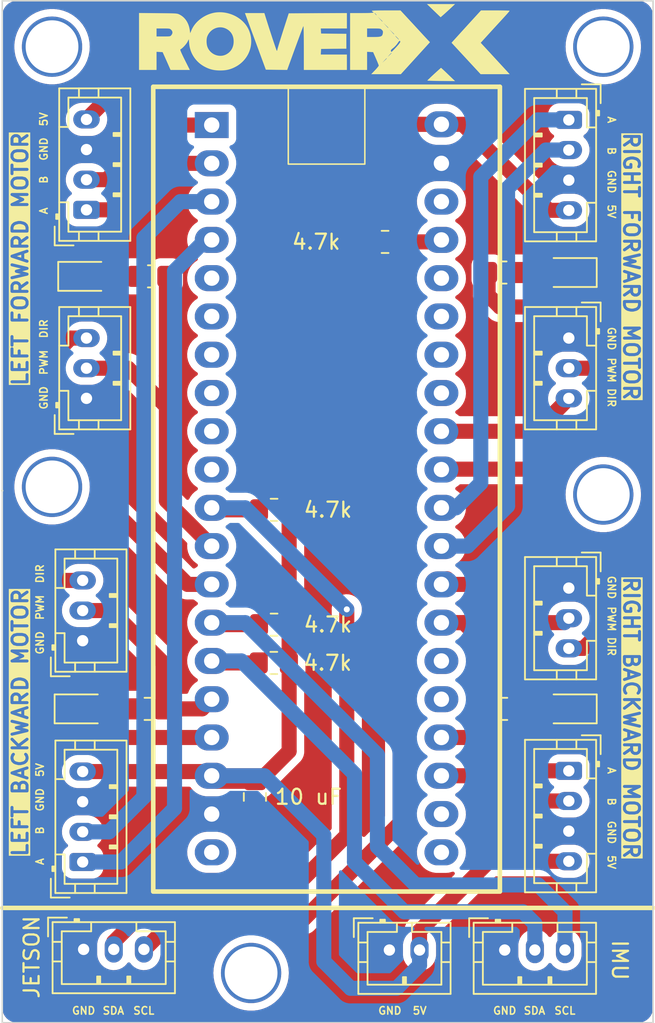
<source format=kicad_pcb>
(kicad_pcb (version 20221018) (generator pcbnew)
  (layers (0 "F.Cu" signal) (31 "B.Cu" signal) (34 "B.Paste" user) (35 "F.Paste" user) (36 "B.SilkS" user "B.Silkscreen") (37 "F.SilkS" user "F.Silkscreen") (38 "B.Mask" user) (39 "F.Mask" user) (44 "Edge.Cuts" user))
  (net 0 "")
  (net 7 "PWM_LB")
  (net 8 "DIR_LB")
  (net 9 "PWM_LF")
  (net 10 "DIR_LF")
  (net 11 "GND")
  (net 13 "+5V")
  (net 18 "DIR_RB")
  (net 19 "PWM_RB")
  (net 20 "DIR_RF")
  (net 21 "PWM_RF")
  (net 27 "Net-(D1-A)")
  (net 28 "Net-(D2-A)")
  (net 29 "Net-(D3-A)")
  (net 30 "Net-(D4-A)")
  (net 31 "I2C2_J_SDA")
  (net 32 "I2C2_J_SCL")
  (net 33 "I2C1_I_SCL")
  (net 34 "I2C1_I_SDA")
  (net 35 "LF_A")
  (net 36 "LF_B")
  (net 37 "LB_B")
  (net 38 "RF_A")
  (net 39 "RF_B")
  (net 40 "RB_A")
  (net 41 "RB_B")
  (net 42 "LB_A")
  (footprint "Connector_JST:JST_PH_B3B-PH-K_1x03_P2.00mm_Vertical" (layer "F.Cu") (at 52.324 54.832 90)
    (fp_text reference "J1" hide)
    (fp_text value "Conn_01x03_Pin")
  )
  (footprint "Resistor_SMD:R_0805_2012Metric_Pad1.20x1.40mm_HandSolder" (layer "F.Cu") (at 64.77 69.85 180)
    (fp_text reference "R2" hide)
    (fp_text value "4.7k")
  )
  (footprint "Connector_JST:JST_PH_B3B-PH-K_1x03_P2.00mm_Vertical" (layer "F.Cu") (at 52.07 70.914 90)
    (fp_text reference "J2" hide)
    (fp_text value "Conn_01x03_Pin")
  )
  (footprint "Resistor_SMD:R_0805_2012Metric_Pad1.20x1.40mm_HandSolder" (layer "F.Cu") (at 80.017 75.438)
    (fp_text reference "R7" hide)
    (fp_text value "2k")
  )
  (footprint "Resistor_SMD:R_0805_2012Metric_Pad1.20x1.40mm_HandSolder" (layer "F.Cu") (at 64.77 62.23 180)
    (fp_text reference "R3" hide)
    (fp_text value "4.7k")
  )
  (footprint "Connector_JST:JST_PH_B2B-PH-K_1x02_P2.00mm_Vertical" (layer "F.Cu") (at 72.422 91.44)
    (fp_text reference "J7" hide)
    (fp_text value "Conn_01x02_Pin")
  )
  (footprint "Connector_JST:JST_PH_B3B-PH-K_1x03_P2.00mm_Vertical" (layer "F.Cu") (at 84.328 67.422 -90)
    (fp_text reference "J3" hide)
    (fp_text value "Conn_01x03_Pin")
  )
  (footprint "Connector_JST:JST_PH_B3B-PH-K_1x03_P2.00mm_Vertical" (layer "F.Cu") (at 52.134 91.398)
    (fp_text reference "J5" hide)
    (fp_text value "Conn_01x03_Pin")
  )
  (footprint "LED_SMD:LED_0805_2012Metric_Pad1.15x1.40mm_HandSolder" (layer "F.Cu") (at 84.319 46.482 180)
    (fp_text reference "D4" hide)
    (fp_text value "LED")
  )
  (footprint "Resistor_SMD:R_0805_2012Metric_Pad1.20x1.40mm_HandSolder" (layer "F.Cu") (at 79.97 46.482)
    (fp_text reference "R8" hide)
    (fp_text value "2k")
  )
  (footprint "Connector_JST:JST_PH_B4B-PH-K_1x04_P2.00mm_Vertical" (layer "F.Cu") (at 52.324 42.322 90)
    (fp_text reference "J8" hide)
    (fp_text value "Conn_01x04_Pin")
  )
  (footprint "Resistor_SMD:R_0805_2012Metric_Pad1.20x1.40mm_HandSolder" (layer "F.Cu") (at 64.754 72.39 180)
    (fp_text reference "R1" hide)
    (fp_text value "4.7k")
  )
  (footprint "stm32-black-pill:STM32-BREAKOUT" (layer "F.Cu") (at 60.6334 36.7474)
    (fp_text reference "U1" hide)
    (fp_text value "STM32F4" hide)
  )
  (footprint "LED_SMD:LED_0805_2012Metric_Pad1.15x1.40mm_HandSolder" (layer "F.Cu") (at 84.319 75.438 180)
    (fp_text reference "D3" hide)
    (fp_text value "LED")
  )
  (footprint "LED_SMD:LED_0805_2012Metric_Pad1.15x1.40mm_HandSolder" (layer "F.Cu") (at 52.07 75.438)
    (fp_text reference "D1" hide)
    (fp_text value "LED")
  )
  (footprint "Connector_JST:JST_PH_B3B-PH-K_1x03_P2.00mm_Vertical" (layer "F.Cu") (at 80.074 91.44)
    (fp_text reference "J6" hide)
    (fp_text value "Conn_01x03_Pin")
  )
  (footprint "Connector_JST:JST_PH_B3B-PH-K_1x03_P2.00mm_Vertical" (layer "F.Cu") (at 84.328 50.832 -90)
    (fp_text reference "J4" hide)
    (fp_text value "Conn_01x03_Pin")
  )
  (footprint "Resistor_SMD:R_0805_2012Metric_Pad1.20x1.40mm_HandSolder" (layer "F.Cu") (at 56.404 75.438 180)
    (fp_text reference "R5" hide)
    (fp_text value "2k")
  )
  (footprint "Resistor_SMD:R_0805_2012Metric_Pad1.20x1.40mm_HandSolder" (layer "F.Cu") (at 72.136 44.45)
    (fp_text reference "R4" hide)
    (fp_text value "4.7k")
  )
  (footprint "LED_SMD:LED_0805_2012Metric_Pad1.15x1.40mm_HandSolder" (layer "F.Cu") (at 52.308 46.736)
    (fp_text reference "D2" hide)
    (fp_text value "LED")
  )
  (footprint "Connector_JST:JST_PH_B4B-PH-K_1x04_P2.00mm_Vertical" (layer "F.Cu") (at 84.328 36.354 -90)
    (fp_text reference "J11" hide)
    (fp_text value "Conn_01x04_Pin")
  )
  (footprint "Connector_JST:JST_PH_B4B-PH-K_1x04_P2.00mm_Vertical" (layer "F.Cu") (at 52.07 85.598 90)
    (fp_text reference "J9" hide)
    (fp_text value "Conn_01x04_Pin")
  )
  (footprint "Resistor_SMD:R_0805_2012Metric_Pad1.20x1.40mm_HandSolder" (layer "F.Cu") (at 56.626 46.736 180)
    (fp_text reference "R6" hide)
    (fp_text value "2k")
  )
  (footprint "Connector_JST:JST_PH_B4B-PH-K_1x04_P2.00mm_Vertical" (layer "F.Cu") (at 84.328 79.55 -90)
    (fp_text reference "J10" hide)
    (fp_text value "Conn_01x04_Pin")
  )
  (footprint "Capacitor_SMD:C_0805_2012Metric_Pad1.18x1.45mm_HandSolder" (layer "F.Cu") (at 63.5 81.28 -90)
    (fp_text reference "C1" hide)
    (fp_text value "10 uF")
  )
  (gr_poly (pts (xy 75.851253 32.900473) (xy 75.860141 32.907159) (xy 75.890568 32.932866) (xy 75.995079 33.0274) (xy 76.144569 33.167574) (xy 76.323163 33.339167) (xy 76.781774 33.780139) (xy 75.853969 33.773084) (xy 75.66856 33.771286) (xy 75.495844 33.768619) (xy 75.339581 33.765208) (xy 75.203534 33.761177) (xy 75.091465 33.756651) (xy 75.007136 33.751752) (xy 74.97655 33.749201) (xy 74.954309 33.746605) (xy 74.940885 33.743977) (xy 74.937625 33.742656) (xy 74.936746 33.741334) (xy 74.948191 33.727898) (xy 74.976048 33.699331) (xy 75.073889 33.60375) (xy 75.216047 33.468482) (xy 75.388301 33.307417) (xy 75.561163 33.150211) (xy 75.70492 33.020785) (xy 75.761337 32.970625) (xy 75.80502 32.93237) (xy 75.834152 32.907676) (xy 75.842692 32.90093) (xy 75.846912 32.898195)) (fill solid) (layer "F.SilkS"))
  (gr_poly (pts (xy 76.499552 28.932972) (xy 76.374481 29.048948) (xy 76.242465 29.170216) (xy 76.119048 29.282223) (xy 76.019774 29.370417) (xy 75.822217 29.543278) (xy 75.367136 29.105834) (xy 74.912052 28.668389) (xy 76.781774 28.668389)) (fill solid) (layer "F.SilkS"))
  (gr_poly (pts (xy 64.194662 29.483306) (xy 64.444142 30.270607) (xy 64.685024 31.008629) (xy 64.870342 31.55549) (xy 64.92749 31.712896) (xy 64.944617 31.754834) (xy 64.953135 31.769306) (xy 64.954458 31.769224) (xy 64.955778 31.76898) (xy 64.957095 31.768579) (xy 64.958406 31.768024) (xy 64.959709 31.76732) (xy 64.961003 31.766469) (xy 64.963553 31.764345) (xy 64.966041 31.761684) (xy 64.968452 31.758516) (xy 64.970769 31.754873) (xy 64.972979 31.750785) (xy 64.975064 31.746284) (xy 64.977009 31.741401) (xy 64.9788 31.736166) (xy 64.98042 31.730611) (xy 64.981854 31.724766) (xy 64.983086 31.718663) (xy 64.984102 31.712333) (xy 64.984885 31.705806) (xy 64.992567 31.669956) (xy 65.014595 31.589665) (xy 65.095569 31.316428) (xy 65.215568 30.927435) (xy 65.362358 30.464028) (xy 65.743357 29.282223) (xy 67.673052 29.271639) (xy 69.602745 29.264584) (xy 69.602745 30.287639) (xy 67.870606 30.287639) (xy 67.881191 30.453445) (xy 67.891773 30.622778) (xy 68.731386 30.633361) (xy 69.567468 30.640417) (xy 69.567468 31.628195) (xy 68.731386 31.63525) (xy 67.891773 31.645834) (xy 67.881191 31.829278) (xy 67.870606 32.01625) (xy 69.602745 32.01625) (xy 69.602745 33.039306) (xy 66.745246 33.039306) (xy 66.745246 31.568223) (xy 66.74282 31.000085) (xy 66.736426 30.539434) (xy 66.732155 30.364403) (xy 66.727387 30.234227) (xy 66.722288 30.1549) (xy 66.719666 30.136178) (xy 66.718346 30.132381) (xy 66.717024 30.132417) (xy 66.700026 30.168136) (xy 66.663721 30.258094) (xy 66.541958 30.576917) (xy 66.163162 31.6035) (xy 65.641052 33.039306) (xy 64.931968 33.032251) (xy 64.222885 33.021667) (xy 63.781912 31.822223) (xy 63.08694 29.941917) (xy 62.836468 29.264584) (xy 64.127635 29.264584)) (fill solid) (layer "F.SilkS"))
  (gr_line (start 46.736 60.96) (end 46.736 60.96) (stroke (width 0.15)) (layer "F.SilkS"))
  (gr_poly (pts (xy 61.214 29.21) (xy 61.298853 29.213613) (xy 61.383458 29.220526) (xy 61.46769 29.230684) (xy 61.551427 29.24403) (xy 61.634543 29.260509) (xy 61.716915 29.280064) (xy 61.79842 29.302638) (xy 61.878931 29.328176) (xy 61.958327 29.356622) (xy 62.036483 29.387919) (xy 62.113274 29.422011) (xy 62.188577 29.458841) (xy 62.262267 29.498355) (xy 62.334222 29.540495) (xy 62.404315 29.585205) (xy 62.472425 29.632429) (xy 62.538426 29.682111) (xy 62.602195 29.734195) (xy 62.663607 29.788624) (xy 62.722539 29.845342) (xy 62.778866 29.904294) (xy 62.832465 29.965422) (xy 62.883211 30.028671) (xy 62.930981 30.093985) (xy 62.97565 30.161307) (xy 63.017095 30.230581) (xy 63.05519 30.30175) (xy 63.096405 30.388625) (xy 63.13277 30.476506) (xy 63.164332 30.565243) (xy 63.191141 30.654687) (xy 63.213244 30.744686) (xy 63.230691 30.83509) (xy 63.24353 30.925749) (xy 63.251809 31.016511) (xy 63.255576 31.107227) (xy 63.254881 31.197747) (xy 63.249771 31.287918) (xy 63.240295 31.377592) (xy 63.226502 31.466617) (xy 63.208439 31.554843) (xy 63.186156 31.642119) (xy 63.159701 31.728296) (xy 63.129121 31.813221) (xy 63.094467 31.896746) (xy 63.055786 31.978719) (xy 63.013126 32.05899) (xy 62.966536 32.137409) (xy 62.916064 32.213824) (xy 62.86176 32.288086) (xy 62.803671 32.360043) (xy 62.741845 32.429546) (xy 62.676332 32.496444) (xy 62.60718 32.560586) (xy 62.534437 32.621822) (xy 62.458151 32.680002) (xy 62.378371 32.734974) (xy 62.295146 32.786588) (xy 62.208524 32.834695) (xy 62.147506 32.865876) (xy 62.087325 32.894633) (xy 62.027744 32.921023) (xy 61.968525 32.945103) (xy 61.909429 32.966931) (xy 61.85022 32.986562) (xy 61.790659 33.004053) (xy 61.73051 33.019462) (xy 61.669533 33.032846) (xy 61.607492 33.04426) (xy 61.544149 33.053763) (xy 61.479266 33.06141) (xy 61.412605 33.067259) (xy 61.343929 33.071366) (xy 61.272999 33.073789) (xy 61.199579 33.074584) (xy 61.129928 33.073873) (xy 61.062395 33.071704) (xy 60.996785 33.068026) (xy 60.932901 33.062788) (xy 60.870547 33.055937) (xy 60.809525 33.047423) (xy 60.749641 33.037193) (xy 60.690697 33.025195) (xy 60.632497 33.011378) (xy 60.574845 32.995691) (xy 60.517545 32.978081) (xy 60.460399 32.958498) (xy 60.403212 32.936888) (xy 60.345788 32.913202) (xy 60.287929 32.887386) (xy 60.22944 32.859389) (xy 60.114219 32.799005) (xy 60.004186 32.731845) (xy 59.899569 32.658247) (xy 59.800595 32.578545) (xy 59.707491 32.493077) (xy 59.620485 32.402177) (xy 59.539804 32.306182) (xy 59.465676 32.205428) (xy 59.398328 32.10025) (xy 59.337987 31.990984) (xy 59.284881 31.877967) (xy 59.239237 31.761534) (xy 59.201282 31.642021) (xy 59.171245 31.519764) (xy 59.149351 31.395099) (xy 59.135829 31.268361) (xy 59.126569 31.151063) (xy 60.292499 31.151063) (xy 60.293718 31.197088) (xy 60.296378 31.242937) (xy 60.300475 31.288186) (xy 60.306004 31.332413) (xy 60.312959 31.375192) (xy 60.321335 31.416101) (xy 60.331126 31.454715) (xy 60.342329 31.490611) (xy 60.359427 31.536534) (xy 60.378905 31.581006) (xy 60.400663 31.623984) (xy 60.424598 31.665422) (xy 60.45061 31.705277) (xy 60.4786 31.743503) (xy 60.508465 31.780056) (xy 60.540105 31.814891) (xy 60.57342 31.847965) (xy 60.608308 31.879231) (xy 60.644668 31.908646) (xy 60.682401 31.936166) (xy 60.721405 31.961745) (xy 60.76158 31.985338) (xy 60.802824 32.006903) (xy 60.845037 32.026393) (xy 60.888119 32.043764) (xy 60.931968 32.058972) (xy 60.976483 32.071972) (xy 61.021564 32.08272) (xy 61.06711 32.091171) (xy 61.113021 32.09728) (xy 61.159195 32.101003) (xy 61.205532 32.102295) (xy 61.251931 32.101112) (xy 61.298291 32.097409) (xy 61.344512 32.091142) (xy 61.390492 32.082265) (xy 61.436132 32.070735) (xy 61.481329 32.056507) (xy 61.525984 32.039536) (xy 61.569996 32.019778) (xy 61.629886 31.988212) (xy 61.686474 31.953116) (xy 61.739683 31.914598) (xy 61.789435 31.872769) (xy 61.835651 31.827736) (xy 61.878256 31.779607) (xy 61.917171 31.728491) (xy 61.952319 31.674497) (xy 61.983622 31.617733) (xy 62.011002 31.558308) (xy 62.034383 31.496329) (xy 62.053687 31.431907) (xy 62.068836 31.365149) (xy 62.079753 31.296163) (xy 62.08636 31.225059) (xy 62.088579 31.151945) (xy 62.088073 31.115524) (xy 62.086558 31.079688) (xy 62.084039 31.044443) (xy 62.080517 31.009793) (xy 62.075999 30.975746) (xy 62.070487 30.942307) (xy 62.063986 30.909481) (xy 62.056498 30.877274) (xy 62.048029 30.845693) (xy 62.038582 30.814743) (xy 62.028161 30.78443) (xy 62.01677 30.75476) (xy 62.004412 30.725738) (xy 61.991092 30.697371) (xy 61.976813 30.669663) (xy 61.961579 30.642622) (xy 61.945395 30.616252) (xy 61.928263 30.590561) (xy 61.910189 30.565552) (xy 61.891175 30.541233) (xy 61.871226 30.517609) (xy 61.850346 30.494685) (xy 61.828538 30.472469) (xy 61.805806 30.450964) (xy 61.782154 30.430178) (xy 61.757587 30.410117) (xy 61.732107 30.390785) (xy 61.705719 30.372189) (xy 61.678427 30.354334) (xy 61.650234 30.337227) (xy 61.621145 30.320873) (xy 61.591163 30.305278) (xy 61.546209 30.283888) (xy 61.500707 30.265331) (xy 61.454747 30.249566) (xy 61.408421 30.236555) (xy 61.361822 30.226257) (xy 61.31504 30.218632) (xy 61.268168 30.21364) (xy 61.221297 30.211241) (xy 61.174519 30.211394) (xy 61.127926 30.214061) (xy 61.08161 30.2192) (xy 61.035662 30.226771) (xy 60.990173 30.236736) (xy 60.945236 30.249053) (xy 60.900943 30.263682) (xy 60.857385 30.280584) (xy 60.814653 30.299718) (xy 60.77284 30.321045) (xy 60.732038 30.344524) (xy 60.692337 30.370115) (xy 60.65383 30.397778) (xy 60.616609 30.427474) (xy 60.580764 30.459162) (xy 60.546389 30.492802) (xy 60.513574 30.528353) (xy 60.482412 30.565777) (xy 60.452994 30.605033) (xy 60.425411 30.646081) (xy 60.399756 30.68888) (xy 60.37612 30.733392) (xy 60.354596 30.779575) (xy 60.335274 30.827389) (xy 60.324772 30.859565) (xy 60.315754 30.894955) (xy 60.308213 30.933135) (xy 60.302146 30.973682) (xy 60.297546 31.016172) (xy 60.294408 31.060181) (xy 60.292728 31.105286) (xy 60.292499 31.151063) (xy 59.126569 31.151063) (xy 59.114662 31.00025) (xy 59.029996 31.169584) (xy 59.012518 31.201526) (xy 58.99088 31.236109) (xy 58.965635 31.272748) (xy 58.937337 31.31086) (xy 58.906537 31.349861) (xy 58.873788 31.389167) (xy 58.839645 31.428194) (xy 58.804659 31.466358) (xy 58.769384 31.503075) (xy 58.734372 31.537761) (xy 58.700177 31.569832) (xy 58.667351 31.598705) (xy 58.636448 31.623795) (xy 58.60802 31.644518) (xy 58.58262 31.66029) (xy 58.571228 31.666138) (xy 58.560801 31.670528) (xy 58.554165 31.674922) (xy 58.550211 31.683027) (xy 58.549058 31.695162) (xy 58.550824 31.711649) (xy 58.555629 31.732807) (xy 58.563592 31.758957) (xy 58.589464 31.827514) (xy 58.629393 31.919884) (xy 58.684329 32.03863) (xy 58.755222 32.186314) (xy 58.843024 32.3655) (xy 59.18169 33.039306) (xy 57.901107 33.039306) (xy 57.640051 32.446639) (xy 57.375468 31.857501) (xy 57.174385 31.846917) (xy 56.973301 31.836334) (xy 56.973301 33.039306) (xy 55.809135 33.039306) (xy 55.809135 30.287639) (xy 56.973301 30.287639) (xy 56.973301 30.816806) (xy 57.428385 30.816806) (xy 57.577874 30.816627) (xy 57.638852 30.816201) (xy 57.691645 30.815373) (xy 57.715204 30.814765) (xy 57.736996 30.814007) (xy 57.757114 30.81308) (xy 57.77565 30.811969) (xy 57.792698 30.810656) (xy 57.808351 30.809125) (xy 57.822702 30.807359) (xy 57.835843 30.805341) (xy 57.847868 30.803054) (xy 57.85887 30.800481) (xy 57.868942 30.797607) (xy 57.878176 30.794413) (xy 57.886667 30.790883) (xy 57.894506 30.787001) (xy 57.901787 30.782749) (xy 57.908603 30.778111) (xy 57.915047 30.773069) (xy 57.921212 30.767608) (xy 57.927191 30.761711) (xy 57.933077 30.755359) (xy 57.938963 30.748538) (xy 57.944942 30.741229) (xy 57.957551 30.725084) (xy 57.966502 30.713519) (xy 57.974834 30.701977) (xy 57.982548 30.690459) (xy 57.989646 30.678968) (xy 57.996129 30.667505) (xy 58.001998 30.656073) (xy 58.007255 30.644672) (xy 58.011901 30.633306) (xy 58.015937 30.621977) (xy 58.019365 30.610685) (xy 58.022185 30.599434) (xy 58.0244 30.588224) (xy 58.02601 30.577058) (xy 58.027016 30.565938) (xy 58.027421 30.554866) (xy 58.027225 30.543844) (xy 58.026429 30.532874) (xy 58.025036 30.521957) (xy 58.023045 30.511095) (xy 58.020459 30.500291) (xy 58.017278 30.489547) (xy 58.013505 30.478864) (xy 58.00914 30.468244) (xy 58.004184 30.457689) (xy 57.998639 30.447202) (xy 57.992507 30.436784) (xy 57.985788 30.426436) (xy 57.978484 30.416162) (xy 57.970595 30.405963) (xy 57.962125 30.39584) (xy 57.953072 30.385797) (xy 57.94344 30.375834) (xy 57.91477 30.347736) (xy 57.900753 30.336255) (xy 57.886059 30.326335) (xy 57.870021 30.317861) (xy 57.851973 30.310721) (xy 57.831248 30.304801) (xy 57.80718 30.299987) (xy 57.779101 30.296164) (xy 57.746346 30.29322) (xy 57.708248 30.291041) (xy 57.664139 30.289513) (xy 57.555226 30.287956) (xy 57.414273 30.287639) (xy 56.973301 30.287639) (xy 55.809135 30.287639) (xy 55.809135 29.261056) (xy 57.072079 29.271639) (xy 57.481163 29.275291) (xy 57.648199 29.277081) (xy 57.792848 29.279026) (xy 57.917075 29.28126) (xy 58.022843 29.283918) (xy 58.112115 29.287134) (xy 58.186857 29.291042) (xy 58.219392 29.293298) (xy 58.24903 29.295777) (xy 58.276018 29.298497) (xy 58.3006 29.301474) (xy 58.323022 29.304725) (xy 58.343529 29.308266) (xy 58.362368 29.312115) (xy 58.379782 29.316288) (xy 58.396018 29.320802) (xy 58.411322 29.325674) (xy 58.425938 29.330921) (xy 58.440113 29.336559) (xy 58.468118 29.349077) (xy 58.497301 29.363362) (xy 58.563353 29.399106) (xy 58.626527 29.438809) (xy 58.686755 29.482378) (xy 58.74397 29.529718) (xy 58.798106 29.580738) (xy 58.849094 29.635345) (xy 58.896868 29.693445) (xy 58.94136 29.754945) (xy 58.982504 29.819752) (xy 59.020232 29.887774) (xy 59.054478 29.958917) (xy 59.085172 30.033088) (xy 59.11225 30.110195) (xy 59.135643 30.190143) (xy 59.155284 30.272841) (xy 59.171107 30.358195) (xy 59.206385 30.601612) (xy 59.287523 30.407584) (xy 59.334903 30.302887) (xy 59.390732 30.200713) (xy 59.454529 30.101432) (xy 59.525814 30.005417) (xy 59.604106 29.91304) (xy 59.688925 29.824674) (xy 59.779791 29.740689) (xy 59.876221 29.661459) (xy 59.977737 29.587355) (xy 60.083857 29.518749) (xy 60.194101 29.456014) (xy 60.307988 29.399521) (xy 60.425038 29.349643) (xy 60.54477 29.306752) (xy 60.666703 29.271219) (xy 60.790357 29.243417) (xy 60.874589 29.229682) (xy 60.959194 29.219529) (xy 61.044047 29.212902) (xy 61.129023 29.209745)) (fill solid) (layer "F.SilkS"))
  (gr_line (start 46.736 88.646) (end 89.916 88.646) (stroke (width 0.3)) (layer "F.SilkS"))
  (gr_poly (pts (xy 79.639454 29.08867) (xy 79.817317 29.090014) (xy 79.978478 29.092102) (xy 80.119052 29.094809) (xy 80.235152 29.098013) (xy 80.322891 29.101589) (xy 80.378385 29.105413) (xy 80.392825 29.107379) (xy 80.396506 29.108369) (xy 80.397746 29.109361) (xy 80.396097 29.116225) (xy 80.391001 29.126401) (xy 80.369579 29.157703) (xy 80.331704 29.205293) (xy 80.275597 29.271198) (xy 80.199481 29.357443) (xy 80.101578 29.466053) (xy 79.833301 29.758473) (xy 79.213736 30.434042) (xy 78.570357 31.141362) (xy 78.482163 31.236612) (xy 79.095996 31.899834) (xy 80.055551 32.940528) (xy 80.404802 33.321528) (xy 78.475107 33.321528) (xy 77.508496 32.277306) (xy 76.545412 31.236612) (xy 76.612441 31.159) (xy 77.589635 30.083028) (xy 78.499802 29.088195) (xy 79.448775 29.088195)) (fill solid) (layer "F.SilkS"))
  (gr_poly (pts (xy 74.015998 30.012473) (xy 74.655406 30.707004) (xy 74.99319 31.070806) (xy 75.116661 31.197806) (xy 74.150052 32.259667) (xy 73.18344 33.321528) (xy 71.21494 33.321528) (xy 71.468939 33.056945) (xy 71.494425 33.029894) (xy 71.519197 33.003091) (xy 71.543122 32.976702) (xy 71.566065 32.950891) (xy 71.587891 32.925824) (xy 71.608467 32.901667) (xy 71.627658 32.878585) (xy 71.645329 32.856743) (xy 71.661347 32.836307) (xy 71.675577 32.817442) (xy 71.687885 32.800313) (xy 71.698136 32.785085) (xy 71.706195 32.771925) (xy 71.71193 32.760997) (xy 71.713883 32.756422) (xy 71.715204 32.752467) (xy 71.715877 32.749153) (xy 71.715885 32.746501) (xy 71.712047 32.729964) (xy 71.701057 32.697553) (xy 71.683701 32.651251) (xy 71.660763 32.593042) (xy 71.648395 32.563056) (xy 71.948718 32.563056) (xy 72.100414 32.421945) (xy 72.130075 32.394598) (xy 72.157794 32.368532) (xy 72.18295 32.344368) (xy 72.204923 32.322726) (xy 72.223093 32.304226) (xy 72.230557 32.296348) (xy 72.236839 32.289488) (xy 72.241859 32.283723) (xy 72.245541 32.279132) (xy 72.247807 32.275791) (xy 72.248385 32.274614) (xy 72.24858 32.273778) (xy 72.248192 32.269161) (xy 72.24769 32.267373) (xy 72.246967 32.265944) (xy 72.246012 32.264885) (xy 72.244812 32.264205) (xy 72.243357 32.263914) (xy 72.241634 32.264022) (xy 72.23734 32.265471) (xy 72.231836 32.268631) (xy 72.22503 32.273579) (xy 72.216829 32.280393) (xy 72.20714 32.289149) (xy 72.195869 32.299926) (xy 72.168212 32.327852) (xy 72.133113 32.364791) (xy 72.089829 32.411361) (xy 71.948718 32.563056) (xy 71.648395 32.563056) (xy 71.601287 32.448844) (xy 71.528913 32.280834) (xy 71.48217 32.175001) (xy 72.301496 32.175001) (xy 72.435552 32.055056) (xy 72.461417 32.030341) (xy 72.485712 32.006825) (xy 72.507857 31.985045) (xy 72.527273 31.965539) (xy 72.543382 31.948844) (xy 72.550016 31.941718) (xy 72.555605 31.935497) (xy 72.560079 31.930248) (xy 72.563364 31.926037) (xy 72.565388 31.922932) (xy 72.565904 31.921816) (xy 72.566078 31.921) (xy 72.565733 31.916379) (xy 72.565285 31.91458) (xy 72.564638 31.913132) (xy 72.563783 31.91204) (xy 72.562707 31.911311) (xy 72.561399 31.910952) (xy 72.55985 31.910968) (xy 72.55598 31.912155) (xy 72.55101 31.914923) (xy 72.544851 31.919324) (xy 72.537416 31.92541) (xy 72.528616 31.933232) (xy 72.518365 31.942842) (xy 72.493153 31.967633) (xy 72.46108 32.000196) (xy 72.42144 32.040945) (xy 72.301496 32.175001) (xy 71.48217 32.175001) (xy 71.341941 31.857501) (xy 71.144385 31.846917) (xy 70.943302 31.836334) (xy 70.943302 33.039306) (xy 69.814412 33.039306) (xy 69.814412 31.759729) (xy 72.518654 31.759729) (xy 72.518859 31.764146) (xy 72.519382 31.768513) (xy 72.520218 31.772834) (xy 72.522283 31.779981) (xy 72.524497 31.786855) (xy 72.526846 31.793429) (xy 72.529313 31.799678) (xy 72.531884 31.805575) (xy 72.534543 31.811095) (xy 72.537274 31.816212) (xy 72.538662 31.818611) (xy 72.540062 31.8209) (xy 72.541472 31.823075) (xy 72.542891 31.825133) (xy 72.544316 31.827071) (xy 72.545746 31.828885) (xy 72.547179 31.830573) (xy 72.548612 31.832131) (xy 72.550043 31.833557) (xy 72.551472 31.834845) (xy 72.552895 31.835995) (xy 72.554311 31.837001) (xy 72.555718 31.837862) (xy 72.557115 31.838573) (xy 72.558498 31.839132) (xy 72.559866 31.839535) (xy 72.561218 31.839779) (xy 72.562551 31.839861) (xy 72.566658 31.838234) (xy 72.573582 31.83346) (xy 72.595239 31.815112) (xy 72.626238 31.786097) (xy 72.665298 31.747698) (xy 72.711139 31.701196) (xy 72.762478 31.647873) (xy 72.818033 31.58901) (xy 72.876525 31.525889) (xy 72.911665 31.487235) (xy 72.944331 31.450648) (xy 72.974526 31.416129) (xy 73.002257 31.383676) (xy 73.027527 31.35329) (xy 73.050343 31.324971) (xy 73.07071 31.29872) (xy 73.088632 31.274535) (xy 73.104115 31.252418) (xy 73.117164 31.232367) (xy 73.127784 31.214384) (xy 73.135981 31.198467) (xy 73.139172 31.191284) (xy 73.141759 31.184618) (xy 73.143742 31.178469) (xy 73.145123 31.172836) (xy 73.145902 31.16772) (xy 73.14608 31.163121) (xy 73.145657 31.159038) (xy 73.144634 31.155473) (xy 73.138735 31.140777) (xy 73.132831 31.128525) (xy 73.126752 31.118847) (xy 73.123593 31.115013) (xy 73.120326 31.111871) (xy 73.11693 31.109438) (xy 73.113383 31.107728) (xy 73.109665 31.106758) (xy 73.105753 31.106545) (xy 73.101627 31.107105) (xy 73.097266 31.108453) (xy 73.092647 31.110606) (xy 73.08775 31.11358) (xy 73.082553 31.117391) (xy 73.077035 31.122056) (xy 73.06495 31.13401) (xy 73.051326 31.14957) (xy 73.035991 31.168867) (xy 73.018775 31.192029) (xy 72.999507 31.219186) (xy 72.954135 31.286) (xy 72.940268 31.305531) (xy 72.925217 31.32566) (xy 72.909122 31.346245) (xy 72.892123 31.367139) (xy 72.874359 31.388199) (xy 72.85597 31.40928) (xy 72.837095 31.430236) (xy 72.817874 31.450924) (xy 72.798446 31.471198) (xy 72.778951 31.490915) (xy 72.759528 31.509928) (xy 72.740318 31.528094) (xy 72.721458 31.545268) (xy 72.70309 31.561305) (xy 72.685352 31.57606) (xy 72.668384 31.58939) (xy 72.647419 31.604898) (xy 72.628159 31.619699) (xy 72.610574 31.633829) (xy 72.594632 31.647322) (xy 72.580302 31.660216) (xy 72.567554 31.672547) (xy 72.556355 31.684351) (xy 72.551328 31.690066) (xy 72.546676 31.695664) (xy 72.542397 31.701147) (xy 72.538486 31.706522) (xy 72.534939 31.711792) (xy 72.531752 31.716961) (xy 72.528922 31.722035) (xy 72.526445 31.727018) (xy 72.524317 31.731915) (xy 72.522533 31.736729) (xy 72.521091 31.741466) (xy 72.519986 31.74613) (xy 72.519214 31.750725) (xy 72.518771 31.755257) (xy 72.518654 31.759729) (xy 69.814412 31.759729) (xy 69.814412 30.287639) (xy 70.943302 30.287639) (xy 70.943302 30.852084) (xy 71.380745 30.852084) (xy 71.469144 30.851673) (xy 71.548184 30.850285) (xy 71.618428 30.847689) (xy 71.650429 30.845864) (xy 71.680441 30.84365) (xy 71.708536 30.841018) (xy 71.734785 30.837937) (xy 71.759257 30.83438) (xy 71.782023 30.830318) (xy 71.803154 30.82572) (xy 71.822719 30.820559) (xy 71.84079 30.814804) (xy 71.857437 30.808427) (xy 71.872729 30.8014) (xy 71.886738 30.793692) (xy 71.899534 30.785275) (xy 71.902456 30.782979) (xy 72.815034 30.782979) (xy 72.81516 30.784084) (xy 72.816319 30.787179) (xy 72.818646 30.791395) (xy 72.822089 30.796665) (xy 72.826597 30.802922) (xy 72.8386 30.818129) (xy 72.854241 30.836477) (xy 72.873106 30.857431) (xy 72.894783 30.880451) (xy 72.918857 30.905) (xy 72.943579 30.92955) (xy 72.967143 30.95257) (xy 72.989054 30.973523) (xy 73.008815 30.991872) (xy 73.017735 30.999902) (xy 73.02593 31.007079) (xy 73.033341 31.013336) (xy 73.039904 31.018606) (xy 73.045557 31.022822) (xy 73.050239 31.025916) (xy 73.052196 31.027022) (xy 73.053887 31.027822) (xy 73.055304 31.028309) (xy 73.056439 31.028473) (xy 73.057267 31.028309) (xy 73.057771 31.027822) (xy 73.057957 31.027022) (xy 73.057832 31.025916) (xy 73.056673 31.022822) (xy 73.054346 31.018606) (xy 73.050902 31.013336) (xy 73.046395 31.007079) (xy 73.034392 30.991872) (xy 73.018751 30.973523) (xy 72.999886 30.95257) (xy 72.97821 30.92955) (xy 72.954135 30.905) (xy 72.929413 30.880451) (xy 72.905848 30.857431) (xy 72.883937 30.836477) (xy 72.864176 30.818129) (xy 72.855257 30.810099) (xy 72.847061 30.802922) (xy 72.839651 30.796665) (xy 72.833088 30.791395) (xy 72.827434 30.787179) (xy 72.822753 30.784084) (xy 72.820795 30.782979) (xy 72.819104 30.782178) (xy 72.817687 30.781692) (xy 72.816551 30.781528) (xy 72.815723 30.781692) (xy 72.81522 30.782178) (xy 72.815034 30.782979) (xy 71.902456 30.782979) (xy 71.911187 30.776119) (xy 71.921768 30.766197) (xy 71.931347 30.755477) (xy 71.939994 30.743932) (xy 71.947781 30.731533) (xy 71.954777 30.71825) (xy 71.961052 30.704054) (xy 71.966678 30.688916) (xy 71.971724 30.672808) (xy 71.976261 30.655699) (xy 71.98036 30.637562) (xy 71.987523 30.598084) (xy 71.990491 30.579) (xy 71.992746 30.561338) (xy 71.994236 30.544947) (xy 71.99491 30.529678) (xy 71.994924 30.522417) (xy 71.994715 30.51538) (xy 71.994276 30.508548) (xy 71.993601 30.501903) (xy 71.992683 30.495427) (xy 71.991515 30.489099) (xy 71.990091 30.482902) (xy 71.988406 30.476816) (xy 71.986451 30.470824) (xy 71.984222 30.464906) (xy 71.981711 30.459043) (xy 71.978911 30.453217) (xy 71.975817 30.44741) (xy 71.972422 30.441601) (xy 71.96872 30.435774) (xy 71.964704 30.429908) (xy 71.955703 30.417987) (xy 71.94537 30.405689) (xy 71.933651 30.392864) (xy 71.920496 30.379361) (xy 71.889786 30.350099) (xy 71.878094 30.340556) (xy 72.407329 30.340556) (xy 72.566078 30.506362) (xy 72.591895 30.534616) (xy 72.615185 30.559919) (xy 72.636067 30.58238) (xy 72.654659 30.602108) (xy 72.663134 30.61098) (xy 72.671081 30.61921) (xy 72.678515 30.626811) (xy 72.685452 30.633796) (xy 72.691905 30.640179) (xy 72.697889 30.645973) (xy 72.703421 30.651193) (xy 72.708513 30.655851) (xy 72.713182 30.659962) (xy 72.717442 30.663538) (xy 72.721308 30.666594) (xy 72.724795 30.669142) (xy 72.727917 30.671197) (xy 72.73069 30.672773) (xy 72.731951 30.673384) (xy 72.733129 30.673881) (xy 72.734227 30.674265) (xy 72.735247 30.674537) (xy 72.736192 30.6747) (xy 72.737061 30.674754) (xy 72.737858 30.674702) (xy 72.738585 30.674545) (xy 72.739243 30.674285) (xy 72.739833 30.673924) (xy 72.740359 30.673463) (xy 72.740822 30.672904) (xy 72.741223 30.672249) (xy 72.741564 30.6715) (xy 72.741848 30.670657) (xy 72.742077 30.669724) (xy 72.742251 30.668701) (xy 72.742373 30.66759) (xy 72.742468 30.665111) (xy 72.741614 30.663017) (xy 72.739106 30.659434) (xy 72.72946 30.648134) (xy 72.714191 30.631873) (xy 72.693961 30.611313) (xy 72.669432 30.587115) (xy 72.641265 30.55994) (xy 72.610122 30.53045) (xy 72.576663 30.499306) (xy 72.407329 30.340556) (xy 71.878094 30.340556) (xy 71.875142 30.338147) (xy 71.860028 30.327823) (xy 71.843735 30.319008) (xy 71.825556 30.311583) (xy 71.804783 30.305429) (xy 71.780708 30.300427) (xy 71.752622 30.29646) (xy 71.719819 30.293406) (xy 71.681589 30.291149) (xy 71.637226 30.289569) (xy 71.527265 30.287963) (xy 71.384273 30.287639) (xy 70.943302 30.287639) (xy 69.814412 30.287639) (xy 69.814412 29.917223) (xy 72.019274 29.917223) (xy 72.178023 30.083028) (xy 72.20384 30.111282) (xy 72.22713 30.136586) (xy 72.248011 30.159047) (xy 72.266604 30.178774) (xy 72.275079 30.187647) (xy 72.283026 30.195877) (xy 72.29046 30.203477) (xy 72.297396 30.210462) (xy 72.303849 30.216845) (xy 72.309834 30.22264) (xy 72.315365 30.227859) (xy 72.320458 30.232518) (xy 72.325127 30.236628) (xy 72.329387 30.240205) (xy 72.333253 30.24326) (xy 72.33674 30.245809) (xy 72.339862 30.247864) (xy 72.342635 30.249439) (xy 72.343895 30.250051) (xy 72.345073 30.250548) (xy 72.346172 30.250932) (xy 72.347192 30.251204) (xy 72.348136 30.251366) (xy 72.349006 30.251421) (xy 72.349803 30.251369) (xy 72.35053 30.251212) (xy 72.351187 30.250952) (xy 72.351778 30.250591) (xy 72.352304 30.25013) (xy 72.352766 30.249571) (xy 72.353167 30.248916) (xy 72.353509 30.248166) (xy 72.353793 30.247324) (xy 72.354021 30.24639) (xy 72.354195 30.245367) (xy 72.354318 30.244256) (xy 72.354413 30.241778) (xy 72.353559 30.239684) (xy 72.351051 30.236101) (xy 72.341404 30.224801) (xy 72.326135 30.20854) (xy 72.305906 30.18798) (xy 72.281377 30.163781) (xy 72.25321 30.136606) (xy 72.222066 30.107116) (xy 72.188608 30.075973) (xy 72.019274 29.917223) (xy 69.814412 29.917223) (xy 69.814412 29.493889) (xy 71.631218 29.493889) (xy 71.789968 29.659695) (xy 71.815784 29.687949) (xy 71.839074 29.713252) (xy 71.859956 29.735713) (xy 71.878548 29.755441) (xy 71.887023 29.764313) (xy 71.89497 29.772543) (xy 71.902404 29.780144) (xy 71.90934 29.787129) (xy 71.915793 29.793512) (xy 71.921778 29.799306) (xy 71.927309 29.804526) (xy 71.932402 29.809184) (xy 71.93707 29.813295) (xy 71.94133 29.816871) (xy 71.945196 29.819927) (xy 71.948683 29.822476) (xy 71.951805 29.824531) (xy 71.954578 29.826106) (xy 71.955838 29.826718) (xy 71.957017 29.827215) (xy 71.958115 29.827598) (xy 71.959135 29.827871) (xy 71.960079 29.828033) (xy 71.960949 29.828087) (xy 71.961746 29.828035) (xy 71.962473 29.827878) (xy 71.96313 29.827618) (xy 71.963721 29.827257) (xy 71.964247 29.826796) (xy 71.964709 29.826238) (xy 71.965111 29.825583) (xy 71.965452 29.824833) (xy 71.965736 29.823991) (xy 71.965964 29.823057) (xy 71.966138 29.822034) (xy 71.966261 29.820923) (xy 71.966356 29.818445) (xy 71.965502 29.81635) (xy 71.962994 29.812767) (xy 71.953348 29.801467) (xy 71.938079 29.785207) (xy 71.91785 29.764646) (xy 71.893321 29.740448) (xy 71.865154 29.713273) (xy 71.834011 29.683783) (xy 71.800553 29.652639) (xy 71.631218 29.493889) (xy 69.814412 29.493889) (xy 69.814412 29.26777) (xy 71.441525 29.26777) (xy 71.441986 29.270151) (xy 71.443088 29.273132) (xy 71.444804 29.276676) (xy 71.44711 29.280747) (xy 71.449979 29.285309) (xy 71.453385 29.290326) (xy 71.457303 29.295762) (xy 71.461706 29.30158) (xy 71.46657 29.307744) (xy 71.477573 29.320966) (xy 71.490106 29.335139) (xy 71.496715 29.342327) (xy 71.503288 29.349312) (xy 71.509788 29.35606) (xy 71.516179 29.362535) (xy 71.522426 29.368699) (xy 71.528492 29.374517) (xy 71.534341 29.379952) (xy 71.539937 29.384969) (xy 71.545243 29.389531) (xy 71.550224 29.393603) (xy 71.554843 29.397147) (xy 71.559064 29.400128) (xy 71.562852 29.402509) (xy 71.566168 29.404255) (xy 71.567639 29.404878) (xy 71.568979 29.405329) (xy 71.570183 29.405603) (xy 71.571247 29.405695) (xy 71.572146 29.405603) (xy 71.572863 29.405329) (xy 71.573401 29.404878) (xy 71.573761 29.404255) (xy 71.573949 29.403464) (xy 71.573967 29.402509) (xy 71.573507 29.400128) (xy 71.572405 29.397147) (xy 71.570688 29.393603) (xy 71.568383 29.389531) (xy 71.565514 29.384969) (xy 71.562107 29.379952) (xy 71.558189 29.374517) (xy 71.553786 29.368699) (xy 71.548922 29.362535) (xy 71.537918 29.349312) (xy 71.525385 29.335139) (xy 71.518776 29.327952) (xy 71.512204 29.320966) (xy 71.505704 29.314218) (xy 71.499312 29.307744) (xy 71.493065 29.30158) (xy 71.486999 29.295762) (xy 71.481151 29.290326) (xy 71.475555 29.285309) (xy 71.470249 29.280747) (xy 71.465268 29.276676) (xy 71.460649 29.273132) (xy 71.456428 29.270151) (xy 71.452641 29.26777) (xy 71.449324 29.266024) (xy 71.447853 29.265401) (xy 71.446514 29.26495) (xy 71.44531 29.264676) (xy 71.444246 29.264584) (xy 71.443346 29.264676) (xy 71.442629 29.26495) (xy 71.442092 29.265401) (xy 71.441731 29.266024) (xy 71.441543 29.266815) (xy 71.441525 29.26777) (xy 69.814412 29.26777) (xy 69.814412 29.264584) (xy 70.590523 29.264584) (xy 70.715537 29.264331) (xy 70.8288 29.26355) (xy 70.930549 29.262212) (xy 71.021023 29.260284) (xy 71.100458 29.257737) (xy 71.169093 29.254538) (xy 71.227166 29.250657) (xy 71.252315 29.248451) (xy 71.274913 29.246063) (xy 71.294989 29.243489) (xy 71.312573 29.240725) (xy 71.327695 29.237767) (xy 71.340384 29.234611) (xy 71.35067 29.231254) (xy 71.358582 29.227692) (xy 71.364151 29.22392) (xy 71.366066 29.221954) (xy 71.367407 29.219935) (xy 71.368176 29.217862) (xy 71.368378 29.215733) (xy 71.368016 29.21355) (xy 71.367095 29.21131) (xy 71.365617 29.209015) (xy 71.363587 29.206663) (xy 71.357884 29.201786) (xy 71.350016 29.196677) (xy 71.340013 29.191332) (xy 71.327903 29.185747) (xy 71.313718 29.179917) (xy 71.308473 29.177771) (xy 71.303342 29.175321) (xy 71.298355 29.172592) (xy 71.293544 29.169609) (xy 71.28894 29.166399) (xy 71.284573 29.162988) (xy 71.280475 29.159401) (xy 71.276677 29.155664) (xy 71.273209 29.151802) (xy 71.270104 29.147843) (xy 71.268696 29.145835) (xy 71.267391 29.143812) (xy 71.266191 29.141777) (xy 71.265101 29.139733) (xy 71.264125 29.137685) (xy 71.263267 29.135635) (xy 71.26253 29.133586) (xy 71.261918 29.131541) (xy 71.261436 29.129504) (xy 71.261086 29.127478) (xy 71.260874 29.125467) (xy 71.260802 29.123473) (xy 71.264561 29.119007) (xy 71.275823 29.114867) (xy 71.320774 29.107543) (xy 71.395491 29.101459) (xy 71.499809 29.096573) (xy 71.796583 29.090234) (xy 72.209773 29.088195) (xy 73.158747 29.088195)) (fill solid) (layer "F.SilkS"))
  (gr_rect (start 46.736 28.448) (end 89.916 96.266) (stroke (width 0.1)) (fill none) (layer "Edge.Cuts"))
  (gr_text "GND" (at 71.628 95.758) (layer "F.SilkS") (effects (font (size 0.5 0.5) (thickness 0.1)) (justify left bottom)))
  (gr_text "PWM" (at 49.53 67.818 90) (layer "F.SilkS") (effects (font (size 0.5 0.5) (thickness 0.1)) (justify right bottom)))
  (gr_text "SCL" (at 55.372 95.758) (layer "F.SilkS") (effects (font (size 0.5 0.5) (thickness 0.1)) (justify left bottom)))
  (gr_text "A" (at 86.868 79.248 -90) (layer "F.SilkS") (effects (font (size 0.5 0.5) (thickness 0.1)) (justify left bottom)))
  (gr_text "SDA" (at 53.34 95.758) (layer "F.SilkS") (effects (font (size 0.5 0.5) (thickness 0.1)) (justify left bottom)))
  (gr_text "DIR" (at 49.784 49.53 90) (layer "F.SilkS") (effects (font (size 0.5 0.5) (thickness 0.1)) (justify right bottom)))
  (gr_text "B\n" (at 86.868 81.28 -90) (layer "F.SilkS") (effects (font (size 0.5 0.5) (thickness 0.1)) (justify left bottom)))
  (gr_text "RIGHT FORWARD MOTOR" (at 87.884 37.084 270) (layer "F.SilkS" knockout) (effects (font (size 1 1) (thickness 0.2) bold) (justify left bottom)))
  (gr_text "A" (at 49.53 85.852 90) (layer "F.SilkS") (effects (font (size 0.5 0.5) (thickness 0.1)) (justify left bottom)))
  (gr_text "GND" (at 86.868 39.624 -90) (layer "F.SilkS") (effects (font (size 0.5 0.5) (thickness 0.1)) (justify left bottom)))
  (gr_text "DIR" (at 49.53 65.786 90) (layer "F.SilkS") (effects (font (size 0.5 0.5) (thickness 0.1)) (justify right bottom)))
  (gr_text "GND" (at 86.868 50.038 -90) (layer "F.SilkS") (effects (font (size 0.5 0.5) (thickness 0.1)) (justify left bottom)))
  (gr_text "5V" (at 86.868 41.91 -90) (layer "F.SilkS") (effects (font (size 0.5 0.5) (thickness 0.1)) (justify left bottom)))
  (gr_text "5V" (at 49.784 36.83 90) (layer "F.SilkS") (effects (font (size 0.5 0.5) (thickness 0.1)) (justify left bottom)))
  (gr_text "RIGHT BACKWARD MOTOR" (at 87.884 66.548 270) (layer "F.SilkS" knockout) (effects (font (size 1 1) (thickness 0.2) bold) (justify left bottom)))
  (gr_text "5V" (at 49.53 80.01 90) (layer "F.SilkS") (effects (font (size 0.5 0.5) (thickness 0.1)) (justify left bottom)))
  (gr_text "GND" (at 86.868 82.804 -90) (layer "F.SilkS") (effects (font (size 0.5 0.5) (thickness 0.1)) (justify left bottom)))
  (gr_text "B\n" (at 49.784 40.64 90) (layer "F.SilkS") (effects (font (size 0.5 0.5) (thickness 0.1)) (justify left bottom)))
  (gr_text "SCL" (at 83.312 95.758) (layer "F.SilkS") (effects (font (size 0.5 0.5) (thickness 0.1)) (justify left bottom)))
  (gr_text "DIR" (at 86.868 54.102 -90) (layer "F.SilkS") (effects (font (size 0.5 0.5) (thickness 0.1)) (justify left bottom)))
  (gr_text "GND" (at 86.868 66.548 -90) (layer "F.SilkS") (effects (font (size 0.5 0.5) (thickness 0.1)) (justify left bottom)))
  (gr_text "B\n" (at 49.53 83.82 90) (layer "F.SilkS") (effects (font (size 0.5 0.5) (thickness 0.1)) (justify left bottom)))
  (gr_text "DIR" (at 86.868 70.612 -90) (layer "F.SilkS") (effects (font (size 0.5 0.5) (thickness 0.1)) (justify left bottom)))
  (gr_text "LEFT FORWARD MOTOR" (at 48.514 54.102 90) (layer "F.SilkS" knockout) (effects (font (size 1 1) (thickness 0.2) bold) (justify left bottom)))
  (gr_text "PWM" (at 49.784 51.562 90) (layer "F.SilkS") (effects (font (size 0.5 0.5) (thickness 0.1)) (justify right bottom)))
  (gr_text "A" (at 49.784 42.672 90) (layer "F.SilkS") (effects (font (size 0.5 0.5) (thickness 0.1)) (justify left bottom)))
  (gr_text "PWM" (at 86.868 52.07 -90) (layer "F.SilkS") (effects (font (size 0.5 0.5) (thickness 0.1)) (justify left bottom)))
  (gr_text "5V" (at 73.914 95.758) (layer "F.SilkS") (effects (font (size 0.5 0.5) (thickness 0.1)) (justify left bottom)))
  (gr_text "B\n" (at 86.868 38.1 -90) (layer "F.SilkS") (effects (font (size 0.5 0.5) (thickness 0.1)) (justify left bottom)))
  (gr_text "SDA" (at 81.28 95.758) (layer "F.SilkS") (effects (font (size 0.5 0.5) (thickness 0.1)) (justify left bottom)))
  (gr_text "GND" (at 49.53 71.882 90) (layer "F.SilkS") (effects (font (size 0.5 0.5) (thickness 0.1)) (justify left bottom)))
  (gr_text "IMU" (at 87.122 90.678 -90) (layer "F.SilkS") (effects (font (size 1 1)) (justify left bottom)))
  (gr_text "GND" (at 51.308 95.758) (layer "F.SilkS") (effects (font (size 0.5 0.5) (thickness 0.1)) (justify left bottom)))
  (gr_text "GND" (at 79.248 95.758) (layer "F.SilkS") (effects (font (size 0.5 0.5) (thickness 0.1)) (justify left bottom)))
  (gr_text "JETSON" (at 49.276 94.742 90) (layer "F.SilkS") (effects (font (size 1 1)) (justify left bottom)))
  (gr_text "GND" (at 49.784 39.116 90) (layer "F.SilkS") (effects (font (size 0.5 0.5) (thickness 0.1)) (justify left bottom)))
  (gr_text "A" (at 86.868 36.068 -90) (layer "F.SilkS") (effects (font (size 0.5 0.5) (thickness 0.1)) (justify left bottom)))
  (gr_text "PWM" (at 86.868 68.58 -90) (layer "F.SilkS") (effects (font (size 0.5 0.5) (thickness 0.1)) (justify left bottom)))
  (gr_text "GND" (at 49.53 82.296 90) (layer "F.SilkS") (effects (font (size 0.5 0.5) (thickness 0.1)) (justify left bottom)))
  (gr_text "GND" (at 49.784 55.626 90) (layer "F.SilkS") (effects (font (size 0.5 0.5) (thickness 0.1)) (justify left bottom)))
  (gr_text "LEFT BACKWARD MOTOR" (at 48.514 85.344 90) (layer "F.SilkS" knockout) (effects (font (size 1 1) (thickness 0.2) bold) (justify left bottom)))
  (gr_text "5V" (at 86.868 85.09 -90) (layer "F.SilkS") (effects (font (size 0.5 0.5) (thickness 0.1)) (justify left bottom)))
  (via (at 63.246 92.964) (size 4) (drill 3.5) (layers "F.Cu" "B.Cu") (net 0))
  (via (at 86.614 31.496) (size 4) (drill 3.5) (layers "F.Cu" "B.Cu") (net 0))
  (via (at 50.038 60.706) (size 4) (drill 3.5) (layers "F.Cu" "B.Cu") (net 0))
  (via (at 86.614 61.214) (size 4) (drill 3.5) (layers "F.Cu" "B.Cu") (net 0))
  (via (at 50.038 31.496) (size 4) (drill 3.5) (layers "F.Cu" "B.Cu") (net 0))
  (segment (start 59.992 75.438) (end 60.6334 74.7966) (width 1) (layer "F.Cu") (net 7))
  (segment (start 57.404 75.438) (end 57.404 72.373) (width 1) (layer "F.Cu") (net 7))
  (segment (start 57.404 72.373) (end 53.945 68.914) (width 1) (layer "F.Cu") (net 7))
  (segment (start 57.404 75.438) (end 59.992 75.438) (width 1) (layer "F.Cu") (net 7))
  (segment (start 53.945 68.914) (end 52.07 68.914) (width 1) (layer "F.Cu") (net 7))
  (segment (start 48.768 68.58) (end 50.434 66.914) (width 1) (layer "F.Cu") (net 8))
  (segment (start 49.9046 77.3366) (end 48.768 76.2) (width 1) (layer "F.Cu") (net 8))
  (segment (start 60.6334 77.3366) (end 49.9046 77.3366) (width 1) (layer "F.Cu") (net 8))
  (segment (start 48.768 76.2) (end 48.768 68.58) (width 1) (layer "F.Cu") (net 8))
  (segment (start 50.434 66.914) (end 52.07 66.914) (width 1) (layer "F.Cu") (net 8))
  (segment (start 60.6334 64.6366) (end 57.626 61.6292) (width 1) (layer "F.Cu") (net 9))
  (segment (start 55.086 52.832) (end 57.626 55.372) (width 1) (layer "F.Cu") (net 9))
  (segment (start 57.626 55.372) (end 57.626 53.34) (width 1) (layer "F.Cu") (net 9))
  (segment (start 57.626 53.34) (end 57.626 46.736) (width 1) (layer "F.Cu") (net 9))
  (segment (start 57.626 61.6292) (end 57.626 55.372) (width 1) (layer "F.Cu") (net 9))
  (segment (start 52.324 52.832) (end 55.086 52.832) (width 1) (layer "F.Cu") (net 9))
  (segment (start 50.038 52.07) (end 51.276 50.832) (width 1) (layer "F.Cu") (net 10))
  (segment (start 59.0312 67.1766) (end 54.102 62.2474) (width 1) (layer "F.Cu") (net 10))
  (segment (start 51.276 50.832) (end 52.324 50.832) (width 1) (layer "F.Cu") (net 10))
  (segment (start 54.102 59.69) (end 50.038 55.626) (width 1) (layer "F.Cu") (net 10))
  (segment (start 50.038 55.626) (end 50.038 52.07) (width 1) (layer "F.Cu") (net 10))
  (segment (start 60.6334 67.1766) (end 59.0312 67.1766) (width 1) (layer "F.Cu") (net 10))
  (segment (start 54.102 62.2474) (end 54.102 59.69) (width 1) (layer "F.Cu") (net 10))
  (segment (start 64.1414 79.8766) (end 65.77 78.248) (width 1) (layer "F.Cu") (net 13))
  (segment (start 75.8734 36.6458) (end 73.0822 36.6458) (width 1) (layer "F.Cu") (net 13))
  (segment (start 60.9993 80.2425) (end 60.6334 79.8766) (width 1) (layer "F.Cu") (net 13))
  (segment (start 82.994 42.354) (end 77.2858 36.6458) (width 1) (layer "F.Cu") (net 13))
  (segment (start 71.136 38.592) (end 71.136 44.45) (width 1) (layer "F.Cu") (net 13))
  (segment (start 60.6334 79.8766) (end 64.1414 79.8766) (width 1) (layer "F.Cu") (net 13))
  (segment (start 60.3548 79.598) (end 60.6334 79.8766) (width 1) (layer "F.Cu") (net 13))
  (segment (start 63.5 80.2425) (end 60.9993 80.2425) (width 1) (layer "F.Cu") (net 13))
  (segment (start 71.136 50.784) (end 65.77 56.15) (width 1) (layer "F.Cu") (net 13))
  (segment (start 79.042 85.55) (end 74.422 90.17) (width 1) (layer "F.Cu") (net 13))
  (segment (start 71.136 44.45) (end 71.136 50.784) (width 1) (layer "F.Cu") (net 13))
  (segment (start 52.07 79.598) (end 60.3548 79.598) (width 1) (layer "F.Cu") (net 13))
  (segment (start 65.77 69.85) (end 65.77 62.23) (width 1) (layer "F.Cu") (net 13))
  (segment (start 73.0822 36.6458) (end 71.136 38.592) (width 1) (layer "F.Cu") (net 13))
  (segment (start 84.328 85.55) (end 79.042 85.55) (width 1) (layer "F.Cu") (net 13))
  (segment (start 75.8734 36.6458) (end 73.66 36.6458) (width 1) (layer "F.Cu") (net 13))
  (segment (start 73.66 36.6458) (end 71.5582 34.544) (width 1) (layer "F.Cu") (net 13))
  (segment (start 77.2858 36.6458) (end 75.8734 36.6458) (width 1) (layer "F.Cu") (net 13))
  (segment (start 65.77 56.15) (end 65.77 62.23) (width 1) (layer "F.Cu") (net 13))
  (segment (start 84.328 42.354) (end 82.994 42.354) (width 1) (layer "F.Cu") (net 13))
  (segment (start 74.422 90.17) (end 74.422 91.44) (width 1) (layer "F.Cu") (net 13))
  (segment (start 65.77 78.248) (end 65.77 69.85) (width 1) (layer "F.Cu") (net 13))
  (segment (start 71.5582 34.544) (end 54.102 34.544) (width 1) (layer "F.Cu") (net 13))
  (segment (start 54.102 34.544) (end 52.324 36.322) (width 1) (layer "F.Cu") (net 13))
  (segment (start 72.898 93.98) (end 74.422 92.456) (width 1) (layer "B.Cu") (net 13))
  (segment (start 68.072 92.202) (end 69.85 93.98) (width 1) (layer "B.Cu") (net 13))
  (segment (start 69.85 93.98) (end 72.898 93.98) (width 1) (layer "B.Cu") (net 13))
  (segment (start 60.6334 79.8766) (end 64.1286 79.8766) (width 1) (layer "B.Cu") (net 13))
  (segment (start 74.422 92.456) (end 74.422 91.44) (width 1) (layer "B.Cu") (net 13))
  (segment (start 68.072 83.82) (end 68.072 92.202) (width 1) (layer "B.Cu") (net 13))
  (segment (start 64.1286 79.8766) (end 68.072 83.82) (width 1) (layer "B.Cu") (net 13))
  (segment (start 82.1434 57.0166) (end 84.328 54.832) (width 1) (layer "F.Cu") (net 18))
  (segment (start 75.8734 57.0166) (end 82.1434 57.0166) (width 1) (layer "F.Cu") (net 18))
  (segment (start 75.899801 59.530199) (end 82.709801 59.530199) (width 1) (layer "F.Cu") (net 19))
  (segment (start 86.868 53.594) (end 86.868 50.292) (width 1) (layer "F.Cu") (net 19))
  (segment (start 86.868 55.372) (end 86.868 53.594) (width 1) (layer "F.Cu") (net 19))
  (segment (start 79.756 48.768) (end 78.97 47.982) (width 1) (layer "F.Cu") (net 19))
  (segment (start 82.709801 59.530199) (end 86.868 55.372) (width 1) (layer "F.Cu") (net 19))
  (segment (start 85.344 48.768) (end 79.756 48.768) (width 1) (layer "F.Cu") (net 19))
  (segment (start 86.106 52.832) (end 86.868 53.594) (width 1) (layer "F.Cu") (net 19))
  (segment (start 75.8734 59.5566) (end 75.899801 59.530199) (width 1) (layer "F.Cu") (net 19))
  (segment (start 78.97 47.982) (end 78.97 46.482) (width 1) (layer "F.Cu") (net 19))
  (segment (start 84.328 52.832) (end 86.106 52.832) (width 1) (layer "F.Cu") (net 19))
  (segment (start 86.868 50.292) (end 85.344 48.768) (width 1) (layer "F.Cu") (net 19))
  (segment (start 75.8734 67.1766) (end 78.1114 67.1766) (width 1) (layer "F.Cu") (net 20))
  (segment (start 85.09 65.024) (end 86.614 66.548) (width 1) (layer "F.Cu") (net 20))
  (segment (start 86.614 70.104) (end 85.296 71.422) (width 1) (layer "F.Cu") (net 20))
  (segment (start 78.1114 67.1766) (end 80.264 65.024) (width 1) (layer "F.Cu") (net 20))
  (segment (start 86.614 66.548) (end 86.614 70.104) (width 1) (layer "F.Cu") (net 20))
  (segment (start 75.8734 67.1766) (end 76.248 66.802) (width 1) (layer "F.Cu") (net 20))
  (segment (start 80.264 65.024) (end 85.09 65.024) (width 1) (layer "F.Cu") (net 20))
  (segment (start 85.296 71.422) (end 84.328 71.422) (width 1) (layer "F.Cu") (net 20))
  (segment (start 77.3366 69.7166) (end 79.017 71.397) (width 1) (layer "F.Cu") (net 21))
  (segment (start 75.8734 69.7166) (end 77.3366 69.7166) (width 1) (layer "F.Cu") (net 21))
  (segment (start 79.017 71.397) (end 79.017 75.438) (width 1) (layer "F.Cu") (net 21))
  (segment (start 75.8734 69.7166) (end 84.0334 69.7166) (width 1) (layer "F.Cu") (net 21))
  (segment (start 84.0334 69.7166) (end 84.328 69.422) (width 1) (layer "B.Cu") (net 21))
  (segment (start 55.404 75.438) (end 53.095 75.438) (width 1) (layer "F.Cu") (net 27))
  (segment (start 55.626 46.736) (end 53.333 46.736) (width 1) (layer "F.Cu") (net 28))
  (segment (start 81.017 75.438) (end 83.294 75.438) (width 1) (layer "F.Cu") (net 29))
  (segment (start 80.97 46.482) (end 83.294 46.482) (width 1) (layer "F.Cu") (net 30))
  (segment (start 60.7668 62.23) (end 60.6334 62.0966) (width 1) (layer "F.Cu") (net 31))
  (segment (start 57.404 87.63) (end 65.786 87.63) (width 1) (layer "F.Cu") (net 31))
  (segment (start 69.596 83.82) (end 69.596 68.834) (width 1) (layer "F.Cu") (net 31))
  (segment (start 54.134 91.694) (end 54.134 90.9) (width 1) (layer "F.Cu") (net 31))
  (segment (start 54.134 90.9) (end 57.404 87.63) (width 1) (layer "F.Cu") (net 31))
  (segment (start 65.786 87.63) (end 69.596 83.82) (width 1) (layer "F.Cu") (net 31))
  (segment (start 63.77 62.23) (end 60.7668 62.23) (width 1) (layer "F.Cu") (net 31))
  (via (at 69.596 68.834) (size 0.8) (drill 0.4) (layers "F.Cu" "B.Cu") (net 31))
  (segment (start 62.8586 62.0966) (end 60.6334 62.0966) (width 1) (layer "B.Cu") (net 31))
  (segment (start 69.596 68.834) (end 62.8586 62.0966) (width 1) (layer "B.Cu") (net 31))
  (segment (start 56.134 91.44) (end 58.166 89.408) (width 1) (layer "F.Cu") (net 32))
  (segment (start 66.721056 89.408) (end 73.136 82.993056) (width 1) (layer "F.Cu") (net 32))
  (segment (start 56.134 91.694) (end 56.134 91.44) (width 1) (layer "F.Cu") (net 32))
  (segment (start 73.136 44.45) (end 74.168 44.45) (width 1) (layer "F.Cu") (net 32))
  (segment (start 73.136 82.993056) (end 73.136 44.45) (width 1) (layer "F.Cu") (net 32))
  (segment (start 58.166 89.408) (end 66.721056 89.408) (width 1) (layer "F.Cu") (net 32))
  (segment (start 75.74 44.45) (end 75.8734 44.3166) (width 1) (layer "F.Cu") (net 32))
  (segment (start 74.168 44.45) (end 75.74 44.45) (width 1) (layer "F.Cu") (net 32))
  (segment (start 63.77 69.85) (end 60.7668 69.85) (width 1) (layer "F.Cu") (net 33))
  (segment (start 60.7668 69.85) (end 60.6334 69.7166) (width 1) (layer "F.Cu") (net 33))
  (segment (start 84.074 91.44) (end 84.074 88.9) (width 1) (layer "B.Cu") (net 33))
  (segment (start 84.074 88.9) (end 82.296 87.122) (width 1) (layer "B.Cu") (net 33))
  (segment (start 74.168 87.122) (end 71.628 84.582) (width 1) (layer "B.Cu") (net 33))
  (segment (start 82.296 87.122) (end 74.168 87.122) (width 1) (layer "B.Cu") (net 33))
  (segment (start 62.8586 69.7166) (end 60.6334 69.7166) (width 1) (layer "B.Cu") (net 33))
  (segment (start 71.628 78.486) (end 62.8586 69.7166) (width 1) (layer "B.Cu") (net 33))
  (segment (start 71.628 84.582) (end 71.628 78.486) (width 1) (layer "B.Cu") (net 33))
  (segment (start 60.7668 72.39) (end 60.6334 72.2566) (width 1) (layer "F.Cu") (net 34))
  (segment (start 63.754 72.39) (end 60.7668 72.39) (width 1) (layer "F.Cu") (net 34))
  (segment (start 70.104 85.598) (end 70.104 79.756) (width 1) (layer "B.Cu") (net 34))
  (segment (start 70.104 79.756) (end 62.6046 72.2566) (width 1) (layer "B.Cu") (net 34))
  (segment (start 73.406 88.9) (end 70.104 85.598) (width 1) (layer "B.Cu") (net 34))
  (segment (start 62.6046 72.2566) (end 60.6334 72.2566) (width 1) (layer "B.Cu") (net 34))
  (segment (start 82.074 91.44) (end 82.074 89.694) (width 1) (layer "B.Cu") (net 34))
  (segment (start 81.28 88.9) (end 73.406 88.9) (width 1) (layer "B.Cu") (net 34))
  (segment (start 82.074 89.694) (end 81.28 88.9) (width 1) (layer "B.Cu") (net 34))
  (segment (start 52.324 42.322) (end 54.706 42.322) (width 1) (layer "F.Cu") (net 35))
  (segment (start 57.7914 39.2366) (end 60.6334 39.2366) (width 1) (layer "F.Cu") (net 35))
  (segment (start 54.706 42.322) (end 57.7914 39.2366) (width 1) (layer "F.Cu") (net 35))
  (segment (start 57.2834 36.6966) (end 60.6334 36.6966) (width 1) (layer "F.Cu") (net 36))
  (segment (start 53.658 40.322) (end 57.2834 36.6966) (width 1) (layer "F.Cu") (net 36))
  (segment (start 52.324 40.322) (end 53.658 40.322) (width 1) (layer "F.Cu") (net 36))
  (segment (start 58.5534 41.7766) (end 60.6334 41.7766) (width 1) (layer "B.Cu") (net 37))
  (segment (start 53.816 83.598) (end 56.134 81.28) (width 1) (layer "B.Cu") (net 37))
  (segment (start 56.134 44.196) (end 58.5534 41.7766) (width 1) (layer "B.Cu") (net 37))
  (segment (start 56.134 81.28) (end 56.134 44.196) (width 1) (layer "B.Cu") (net 37))
  (segment (start 52.07 83.598) (end 53.816 83.598) (width 1) (layer "B.Cu") (net 37))
  (segment (start 79.6226 77.3366) (end 75.8734 77.3366) (width 1) (layer "F.Cu") (net 38))
  (segment (start 84.328 79.55) (end 81.836 79.55) (width 1) (layer "F.Cu") (net 38))
  (segment (start 81.836 79.55) (end 79.6226 77.3366) (width 1) (layer "F.Cu") (net 38))
  (segment (start 84.328 81.55) (end 81.042 81.55) (width 1) (layer "F.Cu") (net 39))
  (segment (start 81.042 81.55) (end 79.3686 79.8766) (width 1) (layer "F.Cu") (net 39))
  (segment (start 79.3686 79.8766) (end 75.8734 79.8766) (width 1) (layer "F.Cu") (net 39))
  (segment (start 82.264 36.354) (end 78.486 40.132) (width 1) (layer "B.Cu") (net 40))
  (segment (start 78.486 60.452) (end 76.8414 62.0966) (width 1) (layer "B.Cu") (net 40))
  (segment (start 84.328 36.354) (end 82.264 36.354) (width 1) (layer "B.Cu") (net 40))
  (segment (start 76.8414 62.0966) (end 75.8734 62.0966) (width 1) (layer "B.Cu") (net 40))
  (segment (start 78.486 40.132) (end 78.486 60.452) (width 1) (layer "B.Cu") (net 40))
  (segment (start 80.264 61.976) (end 77.6034 64.6366) (width 1) (layer "B.Cu") (net 41))
  (segment (start 80.264 40.894) (end 80.264 61.976) (width 1) (layer "B.Cu") (net 41))
  (segment (start 77.6034 64.6366) (end 75.8734 64.6366) (width 1) (layer "B.Cu") (net 41))
  (segment (start 82.804 38.354) (end 80.264 40.894) (width 1) (layer "B.Cu") (net 41))
  (segment (start 84.328 38.354) (end 82.804 38.354) (width 1) (layer "B.Cu") (net 41))
  (segment (start 58.166 46.379) (end 60.2284 44.3166) (width 1) (layer "B.Cu") (net 42))
  (segment (start 54.61 85.598) (end 58.166 82.042) (width 1) (layer "B.Cu") (net 42))
  (segment (start 58.166 82.042) (end 58.166 46.379) (width 1) (layer "B.Cu") (net 42))
  (segment (start 52.07 85.598) (end 54.61 85.598) (width 1) (layer "B.Cu") (net 42))
  (segment (start 60.2284 44.3166) (end 60.6334 44.3166) (width 1) (layer "B.Cu") (net 42))
  (zone (net 11) (net_name "GND") (layers "F&B.Cu") (connect_pads yes (clearance 0.5)) (min_thickness 0.25) (fill yes (thermal_gap 0.5) (thermal_bridge_width 0.5) (smoothing fillet) (radius 1))
    (polygon (pts (xy 46.736 28.448) (xy 89.916 28.448) (xy 89.916 96.266) (xy 46.736 96.266)))
  )
)
</source>
